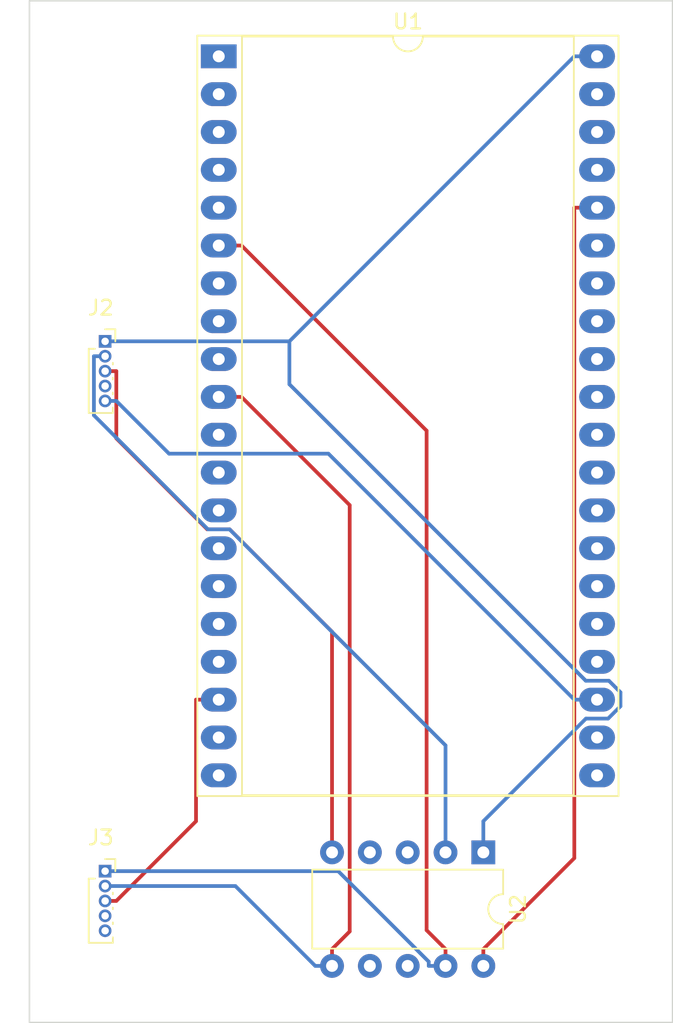
<source format=kicad_pcb>
(kicad_pcb (version 20211014) (generator pcbnew)
  (layers (0 "F.Cu" signal) (31 "B.Cu" signal) (34 "B.Paste" user) (35 "F.Paste" user) (36 "B.SilkS" user "B.Silkscreen") (37 "F.SilkS" user "F.Silkscreen") (38 "B.Mask" user) (39 "F.Mask" user) (44 "Edge.Cuts" user))
  (net 0 "")
  (net 1 "Net-(J2-Pad1)")
  (net 2 "Net-(J2-Pad2)")
  (net 3 "Net-(J2-Pad3)")
  (net 5 "Net-(J2-Pad5)")
  (net 11 "Net-(U1-Pad6)")
  (net 15 "Net-(U1-Pad10)")
  (net 39 "Net-(U1-Pad36)")
  (net 49 "Net-(J3-Pad3)")
  (footprint "Package_DIP:DIP-40_W25.4mm_Socket_LongPads" (layer "F.Cu") (at 106.69 57.07)
    (fp_text reference "U1" (at 12.7 -2.33) (layer "F.SilkS"))
    (fp_text value "Pico-MCU_RaspberryPi_and_Boards")
    (fp_line (start 26.84 -1.39) (end -1.44 -1.39) (layer "F.SilkS") (width 0.12))
    (fp_line (start 23.84 -1.33) (end 13.7 -1.33) (layer "F.SilkS") (width 0.12))
    (fp_line (start -1.44 49.65) (end 26.84 49.65) (layer "F.SilkS") (width 0.12))
    (fp_line (start 1.56 49.59) (end 23.84 49.59) (layer "F.SilkS") (width 0.12))
    (fp_line (start 26.84 49.65) (end 26.84 -1.39) (layer "F.SilkS") (width 0.12))
    (fp_line (start 1.56 -1.33) (end 1.56 49.59) (layer "F.SilkS") (width 0.12))
    (fp_line (start 11.7 -1.33) (end 1.56 -1.33) (layer "F.SilkS") (width 0.12))
    (fp_line (start 23.84 49.59) (end 23.84 -1.33) (layer "F.SilkS") (width 0.12))
    (fp_line (start -1.44 -1.39) (end -1.44 49.65) (layer "F.SilkS") (width 0.12))
    (fp_arc (start 13.7 -1.33) (mid 12.7 -0.33) (end 11.7 -1.33) (layer "F.SilkS") (width 0.12))
    (pad "1" thru_hole rect (at 0 0) (size 2.4 1.6) (drill 0.8) (layers *.Cu *.Mask))
    (pad "2" thru_hole oval (at 0 2.54) (size 2.4 1.6) (drill 0.8) (layers *.Cu *.Mask))
    (pad "3" thru_hole oval (at 0 5.08) (size 2.4 1.6) (drill 0.8) (layers *.Cu *.Mask))
    (pad "4" thru_hole oval (at 0 7.62) (size 2.4 1.6) (drill 0.8) (layers *.Cu *.Mask))
    (pad "5" thru_hole oval (at 0 10.16) (size 2.4 1.6) (drill 0.8) (layers *.Cu *.Mask))
    (pad "6" thru_hole oval (at 0 12.7) (size 2.4 1.6) (drill 0.8) (layers *.Cu *.Mask) (net 11 "Net-(U1-Pad6)"))
    (pad "7" thru_hole oval (at 0 15.24) (size 2.4 1.6) (drill 0.8) (layers *.Cu *.Mask))
    (pad "8" thru_hole oval (at 0 17.78) (size 2.4 1.6) (drill 0.8) (layers *.Cu *.Mask))
    (pad "9" thru_hole oval (at 0 20.32) (size 2.4 1.6) (drill 0.8) (layers *.Cu *.Mask))
    (pad "10" thru_hole oval (at 0 22.86) (size 2.4 1.6) (drill 0.8) (layers *.Cu *.Mask) (net 15 "Net-(U1-Pad10)"))
    (pad "11" thru_hole oval (at 0 25.4) (size 2.4 1.6) (drill 0.8) (layers *.Cu *.Mask))
    (pad "12" thru_hole oval (at 0 27.94) (size 2.4 1.6) (drill 0.8) (layers *.Cu *.Mask))
    (pad "13" thru_hole oval (at 0 30.48) (size 2.4 1.6) (drill 0.8) (layers *.Cu *.Mask))
    (pad "14" thru_hole oval (at 0 33.02) (size 2.4 1.6) (drill 0.8) (layers *.Cu *.Mask))
    (pad "15" thru_hole oval (at 0 35.56) (size 2.4 1.6) (drill 0.8) (layers *.Cu *.Mask))
    (pad "16" thru_hole oval (at 0 38.1) (size 2.4 1.6) (drill 0.8) (layers *.Cu *.Mask))
    (pad "17" thru_hole oval (at 0 40.64) (size 2.4 1.6) (drill 0.8) (layers *.Cu *.Mask))
    (pad "18" thru_hole oval (at 0 43.18) (size 2.4 1.6) (drill 0.8) (layers *.Cu *.Mask) (net 49 "Net-(J3-Pad3)"))
    (pad "19" thru_hole oval (at 0 45.72) (size 2.4 1.6) (drill 0.8) (layers *.Cu *.Mask))
    (pad "20" thru_hole oval (at 0 48.26) (size 2.4 1.6) (drill 0.8) (layers *.Cu *.Mask))
    (pad "21" thru_hole oval (at 25.4 48.26) (size 2.4 1.6) (drill 0.8) (layers *.Cu *.Mask))
    (pad "22" thru_hole oval (at 25.4 45.72) (size 2.4 1.6) (drill 0.8) (layers *.Cu *.Mask))
    (pad "23" thru_hole oval (at 25.4 43.18) (size 2.4 1.6) (drill 0.8) (layers *.Cu *.Mask) (net 5 "Net-(J2-Pad5)"))
    (pad "24" thru_hole oval (at 25.4 40.64) (size 2.4 1.6) (drill 0.8) (layers *.Cu *.Mask))
    (pad "25" thru_hole oval (at 25.4 38.1) (size 2.4 1.6) (drill 0.8) (layers *.Cu *.Mask))
    (pad "26" thru_hole oval (at 25.4 35.56) (size 2.4 1.6) (drill 0.8) (layers *.Cu *.Mask))
    (pad "27" thru_hole oval (at 25.4 33.02) (size 2.4 1.6) (drill 0.8) (layers *.Cu *.Mask))
    (pad "28" thru_hole oval (at 25.4 30.48) (size 2.4 1.6) (drill 0.8) (layers *.Cu *.Mask))
    (pad "29" thru_hole oval (at 25.4 27.94) (size 2.4 1.6) (drill 0.8) (layers *.Cu *.Mask))
    (pad "30" thru_hole oval (at 25.4 25.4) (size 2.4 1.6) (drill 0.8) (layers *.Cu *.Mask))
    (pad "31" thru_hole oval (at 25.4 22.86) (size 2.4 1.6) (drill 0.8) (layers *.Cu *.Mask))
    (pad "32" thru_hole oval (at 25.4 20.32) (size 2.4 1.6) (drill 0.8) (layers *.Cu *.Mask))
    (pad "33" thru_hole oval (at 25.4 17.78) (size 2.4 1.6) (drill 0.8) (layers *.Cu *.Mask))
    (pad "34" thru_hole oval (at 25.4 15.24) (size 2.4 1.6) (drill 0.8) (layers *.Cu *.Mask))
    (pad "35" thru_hole oval (at 25.4 12.7) (size 2.4 1.6) (drill 0.8) (layers *.Cu *.Mask))
    (pad "36" thru_hole oval (at 25.4 10.16) (size 2.4 1.6) (drill 0.8) (layers *.Cu *.Mask) (net 39 "Net-(U1-Pad36)"))
    (pad "37" thru_hole oval (at 25.4 7.62) (size 2.4 1.6) (drill 0.8) (layers *.Cu *.Mask))
    (pad "38" thru_hole oval (at 25.4 5.08) (size 2.4 1.6) (drill 0.8) (layers *.Cu *.Mask))
    (pad "39" thru_hole oval (at 25.4 2.54) (size 2.4 1.6) (drill 0.8) (layers *.Cu *.Mask))
    (pad "40" thru_hole oval (at 25.4 0) (size 2.4 1.6) (drill 0.8) (layers *.Cu *.Mask) (net 1 "Net-(J2-Pad1)"))
  )
  (footprint "Connector_PinSocket_1.00mm:PinSocket_1x05_P1.00mm_Vertical" (layer "F.Cu") (at 99.06 76.2)
    (fp_text reference "J2" (at -0.29 -2.25) (layer "F.SilkS"))
    (fp_text value "Conn_01x05_Male")
    (fp_line (start -1.1 0.5) (end -0.685 0.5) (layer "F.SilkS") (width 0.12))
    (fp_line (start 0.52 4.445898) (end 0.52 4.81) (layer "F.SilkS") (width 0.12))
    (fp_line (start 0.52 3.445898) (end 0.52 3.554102) (layer "F.SilkS") (width 0.12))
    (fp_line (start 0 -0.81) (end 0.685 -0.81) (layer "F.SilkS") (width 0.12))
    (fp_line (start -1.1 0.5) (end -1.1 4.81) (layer "F.SilkS") (width 0.12))
    (fp_line (start 0.52 2.445898) (end 0.52 2.554102) (layer "F.SilkS") (width 0.12))
    (fp_line (start -1.1 4.81) (end 0.52 4.81) (layer "F.SilkS") (width 0.12))
    (fp_line (start 0.685 -0.81) (end 0.685 0) (layer "F.SilkS") (width 0.12))
    (fp_line (start 0.52 1.445898) (end 0.52 1.554102) (layer "F.SilkS") (width 0.12))
    (pad "1" thru_hole rect (at 0 0) (size 0.85 0.85) (drill 0.5) (layers *.Cu *.Mask) (net 1 "Net-(J2-Pad1)"))
    (pad "2" thru_hole oval (at 0 1) (size 0.85 0.85) (drill 0.5) (layers *.Cu *.Mask) (net 2 "Net-(J2-Pad2)"))
    (pad "3" thru_hole oval (at 0 2) (size 0.85 0.85) (drill 0.5) (layers *.Cu *.Mask) (net 3 "Net-(J2-Pad3)"))
    (pad "4" thru_hole oval (at 0 3) (size 0.85 0.85) (drill 0.5) (layers *.Cu *.Mask))
    (pad "5" thru_hole oval (at 0 4) (size 0.85 0.85) (drill 0.5) (layers *.Cu *.Mask) (net 5 "Net-(J2-Pad5)"))
  )
  (footprint "Connector_PinSocket_1.00mm:PinSocket_1x05_P1.00mm_Vertical" (layer "F.Cu") (at 99.06 111.76)
    (fp_text reference "J3" (at -0.29 -2.25) (layer "F.SilkS"))
    (fp_text value "Conn_01x05_Male")
    (fp_line (start -1.1 4.81) (end 0.52 4.81) (layer "F.SilkS") (width 0.12))
    (fp_line (start -1.1 0.5) (end -0.685 0.5) (layer "F.SilkS") (width 0.12))
    (fp_line (start 0.52 2.445898) (end 0.52 2.554102) (layer "F.SilkS") (width 0.12))
    (fp_line (start 0.52 1.445898) (end 0.52 1.554102) (layer "F.SilkS") (width 0.12))
    (fp_line (start -1.1 0.5) (end -1.1 4.81) (layer "F.SilkS") (width 0.12))
    (fp_line (start 0.685 -0.81) (end 0.685 0) (layer "F.SilkS") (width 0.12))
    (fp_line (start 0.52 4.445898) (end 0.52 4.81) (layer "F.SilkS") (width 0.12))
    (fp_line (start 0 -0.81) (end 0.685 -0.81) (layer "F.SilkS") (width 0.12))
    (fp_line (start 0.52 3.445898) (end 0.52 3.554102) (layer "F.SilkS") (width 0.12))
    (pad "1" thru_hole rect (at 0 0) (size 0.85 0.85) (drill 0.5) (layers *.Cu *.Mask) (net 11 "Net-(U1-Pad6)"))
    (pad "2" thru_hole oval (at 0 1) (size 0.85 0.85) (drill 0.5) (layers *.Cu *.Mask) (net 15 "Net-(U1-Pad10)"))
    (pad "3" thru_hole oval (at 0 2) (size 0.85 0.85) (drill 0.5) (layers *.Cu *.Mask) (net 49 "Net-(J3-Pad3)"))
    (pad "4" thru_hole oval (at 0 3) (size 0.85 0.85) (drill 0.5) (layers *.Cu *.Mask))
    (pad "5" thru_hole oval (at 0 4) (size 0.85 0.85) (drill 0.5) (layers *.Cu *.Mask))
  )
  (footprint "Package_DIP:DIP-10_W7.62mm" (layer "F.Cu") (at 124.455 110.5 -90)
    (fp_text reference "U2" (at 3.81 -2.33 90) (layer "F.SilkS"))
    (fp_text value "Pololu_4Ch")
    (fp_line (start 1.16 -1.33) (end 1.16 11.49) (layer "F.SilkS") (width 0.12))
    (fp_line (start 1.16 11.49) (end 6.46 11.49) (layer "F.SilkS") (width 0.12))
    (fp_line (start 6.46 -1.33) (end 4.81 -1.33) (layer "F.SilkS") (width 0.12))
    (fp_line (start 2.81 -1.33) (end 1.16 -1.33) (layer "F.SilkS") (width 0.12))
    (fp_line (start 6.46 11.49) (end 6.46 -1.33) (layer "F.SilkS") (width 0.12))
    (fp_arc (start 4.81 -1.33) (mid 3.81 -0.33) (end 2.81 -1.33) (layer "F.SilkS") (width 0.12))
    (pad "1" thru_hole rect (at 0 0 270) (size 1.6 1.6) (drill 0.8) (layers *.Cu *.Mask) (net 1 "Net-(J2-Pad1)"))
    (pad "2" thru_hole oval (at 0 2.54 270) (size 1.6 1.6) (drill 0.8) (layers *.Cu *.Mask) (net 2 "Net-(J2-Pad2)"))
    (pad "3" thru_hole oval (at 0 5.08 270) (size 1.6 1.6) (drill 0.8) (layers *.Cu *.Mask))
    (pad "4" thru_hole oval (at 0 7.62 270) (size 1.6 1.6) (drill 0.8) (layers *.Cu *.Mask))
    (pad "5" thru_hole oval (at 0 10.16 270) (size 1.6 1.6) (drill 0.8) (layers *.Cu *.Mask) (net 3 "Net-(J2-Pad3)"))
    (pad "6" thru_hole oval (at 7.62 10.16 270) (size 1.6 1.6) (drill 0.8) (layers *.Cu *.Mask) (net 15 "Net-(U1-Pad10)"))
    (pad "7" thru_hole oval (at 7.62 7.62 270) (size 1.6 1.6) (drill 0.8) (layers *.Cu *.Mask))
    (pad "8" thru_hole oval (at 7.62 5.08 270) (size 1.6 1.6) (drill 0.8) (layers *.Cu *.Mask))
    (pad "9" thru_hole oval (at 7.62 2.54 270) (size 1.6 1.6) (drill 0.8) (layers *.Cu *.Mask) (net 11 "Net-(U1-Pad6)"))
    (pad "10" thru_hole oval (at 7.62 0 270) (size 1.6 1.6) (drill 0.8) (layers *.Cu *.Mask) (net 39 "Net-(U1-Pad36)"))
  )
  (gr_rect (start 93.98 53.34) (end 137.16 121.92) (layer "Edge.Cuts") (width 0.1) (fill none))
  (segment (start 131.344 101.52) (end 124.455 108.409) (width 0.25) (layer "B.Cu") (net 1))
  (segment (start 111.433 76.2) (end 111.433 79.0811) (width 0.25) (layer "B.Cu") (net 1))
  (segment (start 132.883 98.98) (end 133.662 99.7586) (width 0.25) (layer "B.Cu") (net 1))
  (segment (start 132.09 57.07) (end 130.563 57.07) (width 0.25) (layer "B.Cu") (net 1))
  (segment (start 111.433 79.0811) (end 131.332 98.98) (width 0.25) (layer "B.Cu") (net 1))
  (segment (start 133.662 100.69) (end 132.832 101.52) (width 0.25) (layer "B.Cu") (net 1))
  (segment (start 133.662 99.7586) (end 133.662 100.69) (width 0.25) (layer "B.Cu") (net 1))
  (segment (start 99.06 76.2) (end 111.433 76.2) (width 0.25) (layer "B.Cu") (net 1))
  (segment (start 132.832 101.52) (end 131.344 101.52) (width 0.25) (layer "B.Cu") (net 1))
  (segment (start 124.455 108.409) (end 124.455 110.5) (width 0.25) (layer "B.Cu") (net 1))
  (segment (start 131.332 98.98) (end 132.883 98.98) (width 0.25) (layer "B.Cu") (net 1))
  (segment (start 130.563 57.07) (end 111.433 76.2) (width 0.25) (layer "B.Cu") (net 1))
  (segment (start 105.964 88.82) (end 107.415 88.82) (width 0.25) (layer "B.Cu") (net 2))
  (segment (start 98.3081 77.2) (end 98.3081 81.1646) (width 0.25) (layer "B.Cu") (net 2))
  (segment (start 107.415 88.82) (end 121.915 103.32) (width 0.25) (layer "B.Cu") (net 2))
  (segment (start 121.915 103.32) (end 121.915 110.5) (width 0.25) (layer "B.Cu") (net 2))
  (segment (start 98.3081 81.1646) (end 105.964 88.82) (width 0.25) (layer "B.Cu") (net 2))
  (segment (start 99.06 77.2) (end 98.3081 77.2) (width 0.25) (layer "B.Cu") (net 2))
  (segment (start 105.92 88.82) (end 107.426 88.82) (width 0.25) (layer "F.Cu") (net 3))
  (segment (start 114.295 95.6887) (end 114.295 110.5) (width 0.25) (layer "F.Cu") (net 3))
  (segment (start 99.06 78.2) (end 99.8119 78.2) (width 0.25) (layer "F.Cu") (net 3))
  (segment (start 107.426 88.82) (end 114.295 95.6887) (width 0.25) (layer "F.Cu") (net 3))
  (segment (start 99.8119 82.7121) (end 105.92 88.82) (width 0.25) (layer "F.Cu") (net 3))
  (segment (start 99.8119 78.2) (end 99.8119 82.7121) (width 0.25) (layer "F.Cu") (net 3))
  (segment (start 103.352 83.74) (end 99.8119 80.2) (width 0.25) (layer "B.Cu") (net 5))
  (segment (start 130.563 100.25) (end 114.053 83.74) (width 0.25) (layer "B.Cu") (net 5))
  (segment (start 114.053 83.74) (end 103.352 83.74) (width 0.25) (layer "B.Cu") (net 5))
  (segment (start 132.09 100.25) (end 130.563 100.25) (width 0.25) (layer "B.Cu") (net 5))
  (segment (start 99.8119 80.2) (end 99.06 80.2) (width 0.25) (layer "B.Cu") (net 5))
  (segment (start 106.69 69.77) (end 108.217 69.77) (width 0.25) (layer "F.Cu") (net 11))
  (segment (start 120.645 115.723) (end 121.915 116.993) (width 0.25) (layer "F.Cu") (net 11))
  (segment (start 108.217 69.77) (end 120.645 82.1981) (width 0.25) (layer "F.Cu") (net 11))
  (segment (start 120.645 82.1981) (end 120.645 115.723) (width 0.25) (layer "F.Cu") (net 11))
  (segment (start 121.915 116.993) (end 121.915 118.12) (width 0.25) (layer "F.Cu") (net 11))
  (segment (start 120.7881 118.12) (end 120.7881 117.8383) (width 0.25) (layer "B.Cu") (net 11))
  (segment (start 120.7881 117.8383) (end 114.7098 111.76) (width 0.25) (layer "B.Cu") (net 11))
  (segment (start 114.7098 111.76) (end 99.06 111.76) (width 0.25) (layer "B.Cu") (net 11))
  (segment (start 121.915 118.12) (end 120.7881 118.12) (width 0.25) (layer "B.Cu") (net 11))
  (segment (start 106.69 79.93) (end 108.217 79.93) (width 0.25) (layer "F.Cu") (net 15))
  (segment (start 115.481 115.807) (end 114.295 116.993) (width 0.25) (layer "F.Cu") (net 15))
  (segment (start 108.217 79.93) (end 115.481 87.1945) (width 0.25) (layer "F.Cu") (net 15))
  (segment (start 115.481 87.1945) (end 115.481 115.807) (width 0.25) (layer "F.Cu") (net 15))
  (segment (start 114.295 116.993) (end 114.295 118.12) (width 0.25) (layer "F.Cu") (net 15))
  (segment (start 107.8081 112.76) (end 113.1681 118.12) (width 0.25) (layer "B.Cu") (net 15))
  (segment (start 114.295 118.12) (end 113.1681 118.12) (width 0.25) (layer "B.Cu") (net 15))
  (segment (start 99.06 112.76) (end 107.8081 112.76) (width 0.25) (layer "B.Cu") (net 15))
  (segment (start 130.563 67.23) (end 130.563 110.885) (width 0.25) (layer "F.Cu") (net 39))
  (segment (start 124.455 116.993) (end 124.455 118.12) (width 0.25) (layer "F.Cu") (net 39))
  (segment (start 130.563 110.885) (end 124.455 116.993) (width 0.25) (layer "F.Cu") (net 39))
  (segment (start 132.09 67.23) (end 130.563 67.23) (width 0.25) (layer "F.Cu") (net 39))
  (segment (start 106.69 100.25) (end 105.1631 100.25) (width 0.25) (layer "F.Cu") (net 49))
  (segment (start 99.06 113.76) (end 99.8119 113.76) (width 0.25) (layer "F.Cu") (net 49))
  (segment (start 105.1631 100.25) (end 105.1631 108.4088) (width 0.25) (layer "F.Cu") (net 49))
  (segment (start 105.1631 108.4088) (end 99.8119 113.76) (width 0.25) (layer "F.Cu") (net 49))
)
</source>
